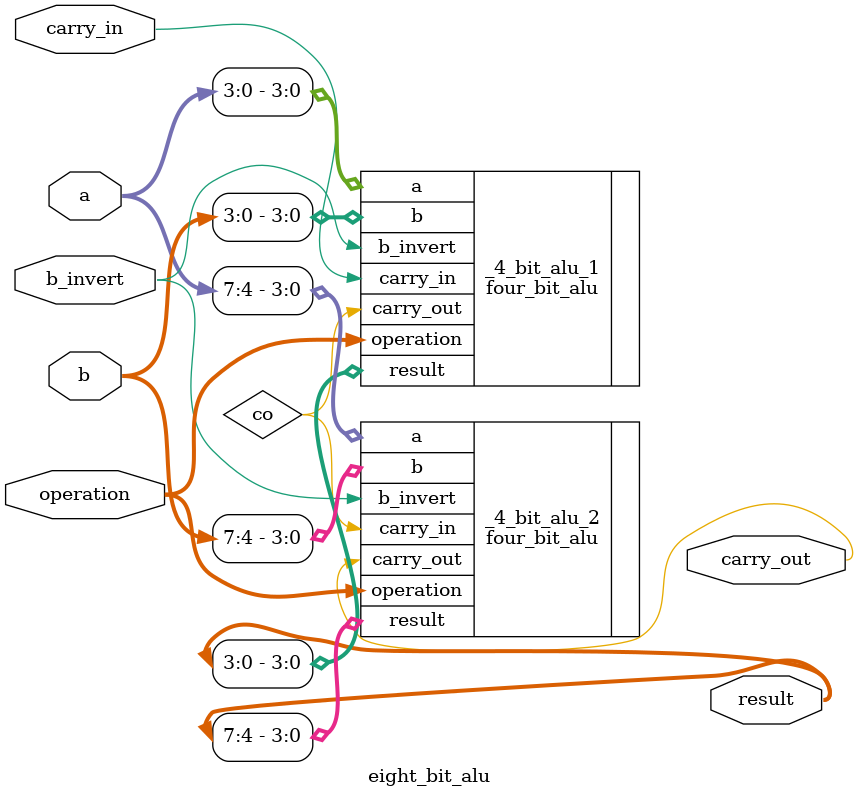
<source format=v>
`timescale 1ns / 1ps
module eight_bit_alu(a, b, b_invert, carry_in, operation, result, carry_out
    );
input [7:0] a;
input [7:0] b;
input b_invert, carry_in;
input [2:0] operation;

output [7:0] result;
output carry_out;

wire co;
four_bit_alu _4_bit_alu_1 (.a(a[3:0]), .b(b[3:0]), .b_invert(b_invert),
								  .carry_in(carry_in), .operation(operation),
								  .result(result[3:0]), .carry_out(co));
four_bit_alu _4_bit_alu_2 (.a(a[7:4]), .b(b[7:4]), .b_invert(b_invert),
								  .carry_in(co), .operation(operation),
								  .result(result[7:4]), .carry_out(carry_out));


endmodule

</source>
